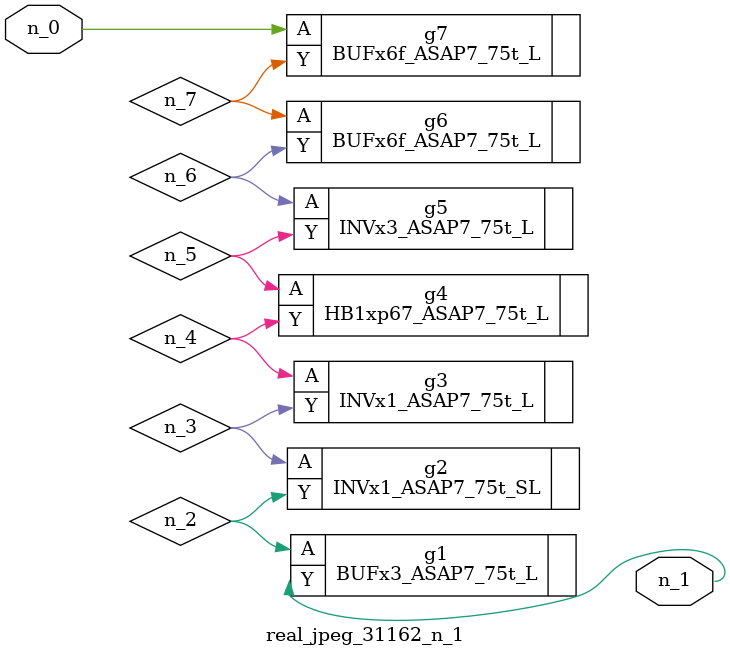
<source format=v>
module real_jpeg_31162_n_1 (n_0, n_1);

input n_0;

output n_1;

wire n_5;
wire n_4;
wire n_2;
wire n_6;
wire n_7;
wire n_3;

BUFx6f_ASAP7_75t_L g7 ( 
.A(n_0),
.Y(n_7)
);

BUFx3_ASAP7_75t_L g1 ( 
.A(n_2),
.Y(n_1)
);

INVx1_ASAP7_75t_SL g2 ( 
.A(n_3),
.Y(n_2)
);

INVx1_ASAP7_75t_L g3 ( 
.A(n_4),
.Y(n_3)
);

HB1xp67_ASAP7_75t_L g4 ( 
.A(n_5),
.Y(n_4)
);

INVx3_ASAP7_75t_L g5 ( 
.A(n_6),
.Y(n_5)
);

BUFx6f_ASAP7_75t_L g6 ( 
.A(n_7),
.Y(n_6)
);


endmodule
</source>
